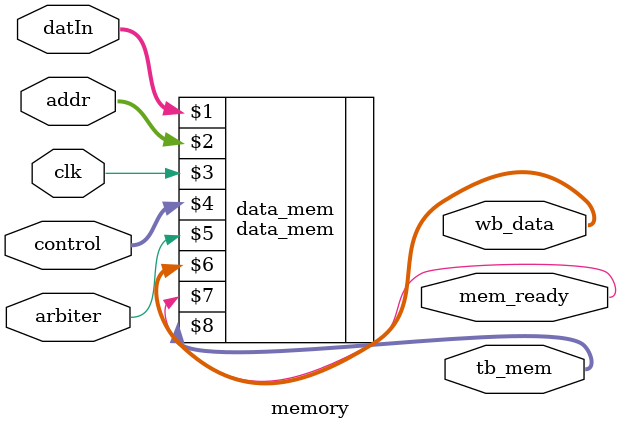
<source format=v>
module memory(
    input clk,

    //data inputs
    input [63:0] datIn,
    input [63:0] addr,

    //control inputs
    input [1:0] control,
    
    //-- arbiter
    input arbiter,

    output[63:0] wb_data, //It is z in case of store
    
    output mem_ready, 

    output [64*64 -1 : 0 ] tb_mem

); //memory unit ... used by load and store operations


   data_mem data_mem(datIn, addr, clk, control, arbiter,  wb_data, mem_ready,  tb_mem);


endmodule

</source>
